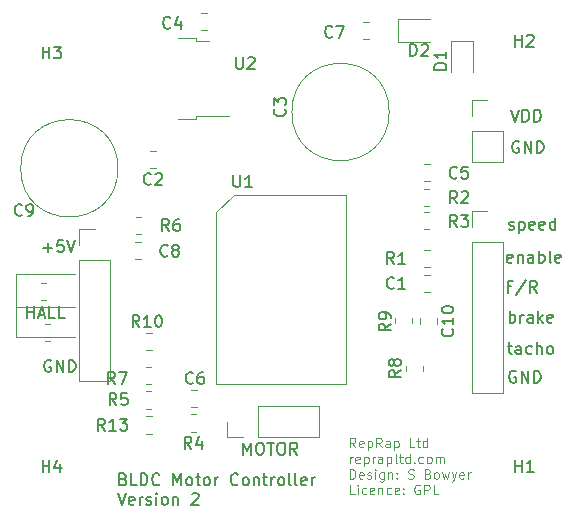
<source format=gbr>
%TF.GenerationSoftware,KiCad,Pcbnew,5.1.6-c6e7f7d~87~ubuntu18.04.1*%
%TF.CreationDate,2022-02-07T12:08:45+00:00*%
%TF.ProjectId,L6235-breakout,4c363233-352d-4627-9265-616b6f75742e,rev?*%
%TF.SameCoordinates,Original*%
%TF.FileFunction,Legend,Top*%
%TF.FilePolarity,Positive*%
%FSLAX46Y46*%
G04 Gerber Fmt 4.6, Leading zero omitted, Abs format (unit mm)*
G04 Created by KiCad (PCBNEW 5.1.6-c6e7f7d~87~ubuntu18.04.1) date 2022-02-07 12:08:45*
%MOMM*%
%LPD*%
G01*
G04 APERTURE LIST*
%ADD10C,0.150000*%
%ADD11C,0.120000*%
%ADD12C,0.125000*%
G04 APERTURE END LIST*
D10*
X28218095Y-184983380D02*
X28218095Y-183983380D01*
X28551428Y-184697666D01*
X28884761Y-183983380D01*
X28884761Y-184983380D01*
X29551428Y-183983380D02*
X29741904Y-183983380D01*
X29837142Y-184031000D01*
X29932380Y-184126238D01*
X29980000Y-184316714D01*
X29980000Y-184650047D01*
X29932380Y-184840523D01*
X29837142Y-184935761D01*
X29741904Y-184983380D01*
X29551428Y-184983380D01*
X29456190Y-184935761D01*
X29360952Y-184840523D01*
X29313333Y-184650047D01*
X29313333Y-184316714D01*
X29360952Y-184126238D01*
X29456190Y-184031000D01*
X29551428Y-183983380D01*
X30265714Y-183983380D02*
X30837142Y-183983380D01*
X30551428Y-184983380D02*
X30551428Y-183983380D01*
X31360952Y-183983380D02*
X31551428Y-183983380D01*
X31646666Y-184031000D01*
X31741904Y-184126238D01*
X31789523Y-184316714D01*
X31789523Y-184650047D01*
X31741904Y-184840523D01*
X31646666Y-184935761D01*
X31551428Y-184983380D01*
X31360952Y-184983380D01*
X31265714Y-184935761D01*
X31170476Y-184840523D01*
X31122857Y-184650047D01*
X31122857Y-184316714D01*
X31170476Y-184126238D01*
X31265714Y-184031000D01*
X31360952Y-183983380D01*
X32789523Y-184983380D02*
X32456190Y-184507190D01*
X32218095Y-184983380D02*
X32218095Y-183983380D01*
X32599047Y-183983380D01*
X32694285Y-184031000D01*
X32741904Y-184078619D01*
X32789523Y-184173857D01*
X32789523Y-184316714D01*
X32741904Y-184411952D01*
X32694285Y-184459571D01*
X32599047Y-184507190D01*
X32218095Y-184507190D01*
X50863666Y-155789380D02*
X51197000Y-156789380D01*
X51530333Y-155789380D01*
X51863666Y-156789380D02*
X51863666Y-155789380D01*
X52101761Y-155789380D01*
X52244619Y-155837000D01*
X52339857Y-155932238D01*
X52387476Y-156027476D01*
X52435095Y-156217952D01*
X52435095Y-156360809D01*
X52387476Y-156551285D01*
X52339857Y-156646523D01*
X52244619Y-156741761D01*
X52101761Y-156789380D01*
X51863666Y-156789380D01*
X52863666Y-156789380D02*
X52863666Y-155789380D01*
X53101761Y-155789380D01*
X53244619Y-155837000D01*
X53339857Y-155932238D01*
X53387476Y-156027476D01*
X53435095Y-156217952D01*
X53435095Y-156360809D01*
X53387476Y-156551285D01*
X53339857Y-156646523D01*
X53244619Y-156741761D01*
X53101761Y-156789380D01*
X52863666Y-156789380D01*
X51562095Y-158504000D02*
X51466857Y-158456380D01*
X51324000Y-158456380D01*
X51181142Y-158504000D01*
X51085904Y-158599238D01*
X51038285Y-158694476D01*
X50990666Y-158884952D01*
X50990666Y-159027809D01*
X51038285Y-159218285D01*
X51085904Y-159313523D01*
X51181142Y-159408761D01*
X51324000Y-159456380D01*
X51419238Y-159456380D01*
X51562095Y-159408761D01*
X51609714Y-159361142D01*
X51609714Y-159027809D01*
X51419238Y-159027809D01*
X52038285Y-159456380D02*
X52038285Y-158456380D01*
X52609714Y-159456380D01*
X52609714Y-158456380D01*
X53085904Y-159456380D02*
X53085904Y-158456380D01*
X53324000Y-158456380D01*
X53466857Y-158504000D01*
X53562095Y-158599238D01*
X53609714Y-158694476D01*
X53657333Y-158884952D01*
X53657333Y-159027809D01*
X53609714Y-159218285D01*
X53562095Y-159313523D01*
X53466857Y-159408761D01*
X53324000Y-159456380D01*
X53085904Y-159456380D01*
X51308095Y-177935000D02*
X51212857Y-177887380D01*
X51070000Y-177887380D01*
X50927142Y-177935000D01*
X50831904Y-178030238D01*
X50784285Y-178125476D01*
X50736666Y-178315952D01*
X50736666Y-178458809D01*
X50784285Y-178649285D01*
X50831904Y-178744523D01*
X50927142Y-178839761D01*
X51070000Y-178887380D01*
X51165238Y-178887380D01*
X51308095Y-178839761D01*
X51355714Y-178792142D01*
X51355714Y-178458809D01*
X51165238Y-178458809D01*
X51784285Y-178887380D02*
X51784285Y-177887380D01*
X52355714Y-178887380D01*
X52355714Y-177887380D01*
X52831904Y-178887380D02*
X52831904Y-177887380D01*
X53070000Y-177887380D01*
X53212857Y-177935000D01*
X53308095Y-178030238D01*
X53355714Y-178125476D01*
X53403333Y-178315952D01*
X53403333Y-178458809D01*
X53355714Y-178649285D01*
X53308095Y-178744523D01*
X53212857Y-178839761D01*
X53070000Y-178887380D01*
X52831904Y-178887380D01*
X50601809Y-175807714D02*
X50982761Y-175807714D01*
X50744666Y-175474380D02*
X50744666Y-176331523D01*
X50792285Y-176426761D01*
X50887523Y-176474380D01*
X50982761Y-176474380D01*
X51744666Y-176474380D02*
X51744666Y-175950571D01*
X51697047Y-175855333D01*
X51601809Y-175807714D01*
X51411333Y-175807714D01*
X51316095Y-175855333D01*
X51744666Y-176426761D02*
X51649428Y-176474380D01*
X51411333Y-176474380D01*
X51316095Y-176426761D01*
X51268476Y-176331523D01*
X51268476Y-176236285D01*
X51316095Y-176141047D01*
X51411333Y-176093428D01*
X51649428Y-176093428D01*
X51744666Y-176045809D01*
X52649428Y-176426761D02*
X52554190Y-176474380D01*
X52363714Y-176474380D01*
X52268476Y-176426761D01*
X52220857Y-176379142D01*
X52173238Y-176283904D01*
X52173238Y-175998190D01*
X52220857Y-175902952D01*
X52268476Y-175855333D01*
X52363714Y-175807714D01*
X52554190Y-175807714D01*
X52649428Y-175855333D01*
X53078000Y-176474380D02*
X53078000Y-175474380D01*
X53506571Y-176474380D02*
X53506571Y-175950571D01*
X53458952Y-175855333D01*
X53363714Y-175807714D01*
X53220857Y-175807714D01*
X53125619Y-175855333D01*
X53078000Y-175902952D01*
X54125619Y-176474380D02*
X54030380Y-176426761D01*
X53982761Y-176379142D01*
X53935142Y-176283904D01*
X53935142Y-175998190D01*
X53982761Y-175902952D01*
X54030380Y-175855333D01*
X54125619Y-175807714D01*
X54268476Y-175807714D01*
X54363714Y-175855333D01*
X54411333Y-175902952D01*
X54458952Y-175998190D01*
X54458952Y-176283904D01*
X54411333Y-176379142D01*
X54363714Y-176426761D01*
X54268476Y-176474380D01*
X54125619Y-176474380D01*
X50768476Y-173807380D02*
X50768476Y-172807380D01*
X50768476Y-173188333D02*
X50863714Y-173140714D01*
X51054190Y-173140714D01*
X51149428Y-173188333D01*
X51197047Y-173235952D01*
X51244666Y-173331190D01*
X51244666Y-173616904D01*
X51197047Y-173712142D01*
X51149428Y-173759761D01*
X51054190Y-173807380D01*
X50863714Y-173807380D01*
X50768476Y-173759761D01*
X51673238Y-173807380D02*
X51673238Y-173140714D01*
X51673238Y-173331190D02*
X51720857Y-173235952D01*
X51768476Y-173188333D01*
X51863714Y-173140714D01*
X51958952Y-173140714D01*
X52720857Y-173807380D02*
X52720857Y-173283571D01*
X52673238Y-173188333D01*
X52578000Y-173140714D01*
X52387523Y-173140714D01*
X52292285Y-173188333D01*
X52720857Y-173759761D02*
X52625619Y-173807380D01*
X52387523Y-173807380D01*
X52292285Y-173759761D01*
X52244666Y-173664523D01*
X52244666Y-173569285D01*
X52292285Y-173474047D01*
X52387523Y-173426428D01*
X52625619Y-173426428D01*
X52720857Y-173378809D01*
X53197047Y-173807380D02*
X53197047Y-172807380D01*
X53292285Y-173426428D02*
X53578000Y-173807380D01*
X53578000Y-173140714D02*
X53197047Y-173521666D01*
X54387523Y-173759761D02*
X54292285Y-173807380D01*
X54101809Y-173807380D01*
X54006571Y-173759761D01*
X53958952Y-173664523D01*
X53958952Y-173283571D01*
X54006571Y-173188333D01*
X54101809Y-173140714D01*
X54292285Y-173140714D01*
X54387523Y-173188333D01*
X54435142Y-173283571D01*
X54435142Y-173378809D01*
X53958952Y-173474047D01*
X50935047Y-170743571D02*
X50601714Y-170743571D01*
X50601714Y-171267380D02*
X50601714Y-170267380D01*
X51077904Y-170267380D01*
X52173142Y-170219761D02*
X51316000Y-171505476D01*
X53077904Y-171267380D02*
X52744571Y-170791190D01*
X52506476Y-171267380D02*
X52506476Y-170267380D01*
X52887428Y-170267380D01*
X52982666Y-170315000D01*
X53030285Y-170362619D01*
X53077904Y-170457857D01*
X53077904Y-170600714D01*
X53030285Y-170695952D01*
X52982666Y-170743571D01*
X52887428Y-170791190D01*
X52506476Y-170791190D01*
X50974857Y-168679761D02*
X50879619Y-168727380D01*
X50689142Y-168727380D01*
X50593904Y-168679761D01*
X50546285Y-168584523D01*
X50546285Y-168203571D01*
X50593904Y-168108333D01*
X50689142Y-168060714D01*
X50879619Y-168060714D01*
X50974857Y-168108333D01*
X51022476Y-168203571D01*
X51022476Y-168298809D01*
X50546285Y-168394047D01*
X51451047Y-168060714D02*
X51451047Y-168727380D01*
X51451047Y-168155952D02*
X51498666Y-168108333D01*
X51593904Y-168060714D01*
X51736761Y-168060714D01*
X51832000Y-168108333D01*
X51879619Y-168203571D01*
X51879619Y-168727380D01*
X52784380Y-168727380D02*
X52784380Y-168203571D01*
X52736761Y-168108333D01*
X52641523Y-168060714D01*
X52451047Y-168060714D01*
X52355809Y-168108333D01*
X52784380Y-168679761D02*
X52689142Y-168727380D01*
X52451047Y-168727380D01*
X52355809Y-168679761D01*
X52308190Y-168584523D01*
X52308190Y-168489285D01*
X52355809Y-168394047D01*
X52451047Y-168346428D01*
X52689142Y-168346428D01*
X52784380Y-168298809D01*
X53260571Y-168727380D02*
X53260571Y-167727380D01*
X53260571Y-168108333D02*
X53355809Y-168060714D01*
X53546285Y-168060714D01*
X53641523Y-168108333D01*
X53689142Y-168155952D01*
X53736761Y-168251190D01*
X53736761Y-168536904D01*
X53689142Y-168632142D01*
X53641523Y-168679761D01*
X53546285Y-168727380D01*
X53355809Y-168727380D01*
X53260571Y-168679761D01*
X54308190Y-168727380D02*
X54212952Y-168679761D01*
X54165333Y-168584523D01*
X54165333Y-167727380D01*
X55070095Y-168679761D02*
X54974857Y-168727380D01*
X54784380Y-168727380D01*
X54689142Y-168679761D01*
X54641523Y-168584523D01*
X54641523Y-168203571D01*
X54689142Y-168108333D01*
X54784380Y-168060714D01*
X54974857Y-168060714D01*
X55070095Y-168108333D01*
X55117714Y-168203571D01*
X55117714Y-168298809D01*
X54641523Y-168394047D01*
X50728809Y-165885761D02*
X50824047Y-165933380D01*
X51014523Y-165933380D01*
X51109761Y-165885761D01*
X51157380Y-165790523D01*
X51157380Y-165742904D01*
X51109761Y-165647666D01*
X51014523Y-165600047D01*
X50871666Y-165600047D01*
X50776428Y-165552428D01*
X50728809Y-165457190D01*
X50728809Y-165409571D01*
X50776428Y-165314333D01*
X50871666Y-165266714D01*
X51014523Y-165266714D01*
X51109761Y-165314333D01*
X51585952Y-165266714D02*
X51585952Y-166266714D01*
X51585952Y-165314333D02*
X51681190Y-165266714D01*
X51871666Y-165266714D01*
X51966904Y-165314333D01*
X52014523Y-165361952D01*
X52062142Y-165457190D01*
X52062142Y-165742904D01*
X52014523Y-165838142D01*
X51966904Y-165885761D01*
X51871666Y-165933380D01*
X51681190Y-165933380D01*
X51585952Y-165885761D01*
X52871666Y-165885761D02*
X52776428Y-165933380D01*
X52585952Y-165933380D01*
X52490714Y-165885761D01*
X52443095Y-165790523D01*
X52443095Y-165409571D01*
X52490714Y-165314333D01*
X52585952Y-165266714D01*
X52776428Y-165266714D01*
X52871666Y-165314333D01*
X52919285Y-165409571D01*
X52919285Y-165504809D01*
X52443095Y-165600047D01*
X53728809Y-165885761D02*
X53633571Y-165933380D01*
X53443095Y-165933380D01*
X53347857Y-165885761D01*
X53300238Y-165790523D01*
X53300238Y-165409571D01*
X53347857Y-165314333D01*
X53443095Y-165266714D01*
X53633571Y-165266714D01*
X53728809Y-165314333D01*
X53776428Y-165409571D01*
X53776428Y-165504809D01*
X53300238Y-165600047D01*
X54633571Y-165933380D02*
X54633571Y-164933380D01*
X54633571Y-165885761D02*
X54538333Y-165933380D01*
X54347857Y-165933380D01*
X54252619Y-165885761D01*
X54205000Y-165838142D01*
X54157380Y-165742904D01*
X54157380Y-165457190D01*
X54205000Y-165361952D01*
X54252619Y-165314333D01*
X54347857Y-165266714D01*
X54538333Y-165266714D01*
X54633571Y-165314333D01*
X9906190Y-173426380D02*
X9906190Y-172426380D01*
X9906190Y-172902571D02*
X10477619Y-172902571D01*
X10477619Y-173426380D02*
X10477619Y-172426380D01*
X10906190Y-173140666D02*
X11382380Y-173140666D01*
X10810952Y-173426380D02*
X11144285Y-172426380D01*
X11477619Y-173426380D01*
X12287142Y-173426380D02*
X11810952Y-173426380D01*
X11810952Y-172426380D01*
X13096666Y-173426380D02*
X12620476Y-173426380D01*
X12620476Y-172426380D01*
D11*
X9017000Y-172466000D02*
X13970000Y-172466000D01*
X9017000Y-175006000D02*
X13970000Y-175006000D01*
X9017000Y-169672000D02*
X9017000Y-175006000D01*
X12065000Y-169672000D02*
X9017000Y-169672000D01*
X13970000Y-169672000D02*
X12065000Y-169672000D01*
D10*
X11938095Y-177046000D02*
X11842857Y-176998380D01*
X11700000Y-176998380D01*
X11557142Y-177046000D01*
X11461904Y-177141238D01*
X11414285Y-177236476D01*
X11366666Y-177426952D01*
X11366666Y-177569809D01*
X11414285Y-177760285D01*
X11461904Y-177855523D01*
X11557142Y-177950761D01*
X11700000Y-177998380D01*
X11795238Y-177998380D01*
X11938095Y-177950761D01*
X11985714Y-177903142D01*
X11985714Y-177569809D01*
X11795238Y-177569809D01*
X12414285Y-177998380D02*
X12414285Y-176998380D01*
X12985714Y-177998380D01*
X12985714Y-176998380D01*
X13461904Y-177998380D02*
X13461904Y-176998380D01*
X13700000Y-176998380D01*
X13842857Y-177046000D01*
X13938095Y-177141238D01*
X13985714Y-177236476D01*
X14033333Y-177426952D01*
X14033333Y-177569809D01*
X13985714Y-177760285D01*
X13938095Y-177855523D01*
X13842857Y-177950761D01*
X13700000Y-177998380D01*
X13461904Y-177998380D01*
X11287285Y-167457428D02*
X12049190Y-167457428D01*
X11668238Y-167838380D02*
X11668238Y-167076476D01*
X13001571Y-166838380D02*
X12525380Y-166838380D01*
X12477761Y-167314571D01*
X12525380Y-167266952D01*
X12620619Y-167219333D01*
X12858714Y-167219333D01*
X12953952Y-167266952D01*
X13001571Y-167314571D01*
X13049190Y-167409809D01*
X13049190Y-167647904D01*
X13001571Y-167743142D01*
X12953952Y-167790761D01*
X12858714Y-167838380D01*
X12620619Y-167838380D01*
X12525380Y-167790761D01*
X12477761Y-167743142D01*
X13334904Y-166838380D02*
X13668238Y-167838380D01*
X14001571Y-166838380D01*
X18067928Y-187063571D02*
X18210785Y-187111190D01*
X18258404Y-187158809D01*
X18306023Y-187254047D01*
X18306023Y-187396904D01*
X18258404Y-187492142D01*
X18210785Y-187539761D01*
X18115547Y-187587380D01*
X17734595Y-187587380D01*
X17734595Y-186587380D01*
X18067928Y-186587380D01*
X18163166Y-186635000D01*
X18210785Y-186682619D01*
X18258404Y-186777857D01*
X18258404Y-186873095D01*
X18210785Y-186968333D01*
X18163166Y-187015952D01*
X18067928Y-187063571D01*
X17734595Y-187063571D01*
X19210785Y-187587380D02*
X18734595Y-187587380D01*
X18734595Y-186587380D01*
X19544119Y-187587380D02*
X19544119Y-186587380D01*
X19782214Y-186587380D01*
X19925071Y-186635000D01*
X20020309Y-186730238D01*
X20067928Y-186825476D01*
X20115547Y-187015952D01*
X20115547Y-187158809D01*
X20067928Y-187349285D01*
X20020309Y-187444523D01*
X19925071Y-187539761D01*
X19782214Y-187587380D01*
X19544119Y-187587380D01*
X21115547Y-187492142D02*
X21067928Y-187539761D01*
X20925071Y-187587380D01*
X20829833Y-187587380D01*
X20686976Y-187539761D01*
X20591738Y-187444523D01*
X20544119Y-187349285D01*
X20496500Y-187158809D01*
X20496500Y-187015952D01*
X20544119Y-186825476D01*
X20591738Y-186730238D01*
X20686976Y-186635000D01*
X20829833Y-186587380D01*
X20925071Y-186587380D01*
X21067928Y-186635000D01*
X21115547Y-186682619D01*
X22306023Y-187587380D02*
X22306023Y-186587380D01*
X22639357Y-187301666D01*
X22972690Y-186587380D01*
X22972690Y-187587380D01*
X23591738Y-187587380D02*
X23496500Y-187539761D01*
X23448880Y-187492142D01*
X23401261Y-187396904D01*
X23401261Y-187111190D01*
X23448880Y-187015952D01*
X23496500Y-186968333D01*
X23591738Y-186920714D01*
X23734595Y-186920714D01*
X23829833Y-186968333D01*
X23877452Y-187015952D01*
X23925071Y-187111190D01*
X23925071Y-187396904D01*
X23877452Y-187492142D01*
X23829833Y-187539761D01*
X23734595Y-187587380D01*
X23591738Y-187587380D01*
X24210785Y-186920714D02*
X24591738Y-186920714D01*
X24353642Y-186587380D02*
X24353642Y-187444523D01*
X24401261Y-187539761D01*
X24496500Y-187587380D01*
X24591738Y-187587380D01*
X25067928Y-187587380D02*
X24972690Y-187539761D01*
X24925071Y-187492142D01*
X24877452Y-187396904D01*
X24877452Y-187111190D01*
X24925071Y-187015952D01*
X24972690Y-186968333D01*
X25067928Y-186920714D01*
X25210785Y-186920714D01*
X25306023Y-186968333D01*
X25353642Y-187015952D01*
X25401261Y-187111190D01*
X25401261Y-187396904D01*
X25353642Y-187492142D01*
X25306023Y-187539761D01*
X25210785Y-187587380D01*
X25067928Y-187587380D01*
X25829833Y-187587380D02*
X25829833Y-186920714D01*
X25829833Y-187111190D02*
X25877452Y-187015952D01*
X25925071Y-186968333D01*
X26020309Y-186920714D01*
X26115547Y-186920714D01*
X27782214Y-187492142D02*
X27734595Y-187539761D01*
X27591738Y-187587380D01*
X27496500Y-187587380D01*
X27353642Y-187539761D01*
X27258404Y-187444523D01*
X27210785Y-187349285D01*
X27163166Y-187158809D01*
X27163166Y-187015952D01*
X27210785Y-186825476D01*
X27258404Y-186730238D01*
X27353642Y-186635000D01*
X27496500Y-186587380D01*
X27591738Y-186587380D01*
X27734595Y-186635000D01*
X27782214Y-186682619D01*
X28353642Y-187587380D02*
X28258404Y-187539761D01*
X28210785Y-187492142D01*
X28163166Y-187396904D01*
X28163166Y-187111190D01*
X28210785Y-187015952D01*
X28258404Y-186968333D01*
X28353642Y-186920714D01*
X28496500Y-186920714D01*
X28591738Y-186968333D01*
X28639357Y-187015952D01*
X28686976Y-187111190D01*
X28686976Y-187396904D01*
X28639357Y-187492142D01*
X28591738Y-187539761D01*
X28496500Y-187587380D01*
X28353642Y-187587380D01*
X29115547Y-186920714D02*
X29115547Y-187587380D01*
X29115547Y-187015952D02*
X29163166Y-186968333D01*
X29258404Y-186920714D01*
X29401261Y-186920714D01*
X29496500Y-186968333D01*
X29544119Y-187063571D01*
X29544119Y-187587380D01*
X29877452Y-186920714D02*
X30258404Y-186920714D01*
X30020309Y-186587380D02*
X30020309Y-187444523D01*
X30067928Y-187539761D01*
X30163166Y-187587380D01*
X30258404Y-187587380D01*
X30591738Y-187587380D02*
X30591738Y-186920714D01*
X30591738Y-187111190D02*
X30639357Y-187015952D01*
X30686976Y-186968333D01*
X30782214Y-186920714D01*
X30877452Y-186920714D01*
X31353642Y-187587380D02*
X31258404Y-187539761D01*
X31210785Y-187492142D01*
X31163166Y-187396904D01*
X31163166Y-187111190D01*
X31210785Y-187015952D01*
X31258404Y-186968333D01*
X31353642Y-186920714D01*
X31496500Y-186920714D01*
X31591738Y-186968333D01*
X31639357Y-187015952D01*
X31686976Y-187111190D01*
X31686976Y-187396904D01*
X31639357Y-187492142D01*
X31591738Y-187539761D01*
X31496500Y-187587380D01*
X31353642Y-187587380D01*
X32258404Y-187587380D02*
X32163166Y-187539761D01*
X32115547Y-187444523D01*
X32115547Y-186587380D01*
X32782214Y-187587380D02*
X32686976Y-187539761D01*
X32639357Y-187444523D01*
X32639357Y-186587380D01*
X33544119Y-187539761D02*
X33448880Y-187587380D01*
X33258404Y-187587380D01*
X33163166Y-187539761D01*
X33115547Y-187444523D01*
X33115547Y-187063571D01*
X33163166Y-186968333D01*
X33258404Y-186920714D01*
X33448880Y-186920714D01*
X33544119Y-186968333D01*
X33591738Y-187063571D01*
X33591738Y-187158809D01*
X33115547Y-187254047D01*
X34020309Y-187587380D02*
X34020309Y-186920714D01*
X34020309Y-187111190D02*
X34067928Y-187015952D01*
X34115547Y-186968333D01*
X34210785Y-186920714D01*
X34306023Y-186920714D01*
X17591738Y-188237380D02*
X17925071Y-189237380D01*
X18258404Y-188237380D01*
X18972690Y-189189761D02*
X18877452Y-189237380D01*
X18686976Y-189237380D01*
X18591738Y-189189761D01*
X18544119Y-189094523D01*
X18544119Y-188713571D01*
X18591738Y-188618333D01*
X18686976Y-188570714D01*
X18877452Y-188570714D01*
X18972690Y-188618333D01*
X19020309Y-188713571D01*
X19020309Y-188808809D01*
X18544119Y-188904047D01*
X19448880Y-189237380D02*
X19448880Y-188570714D01*
X19448880Y-188761190D02*
X19496500Y-188665952D01*
X19544119Y-188618333D01*
X19639357Y-188570714D01*
X19734595Y-188570714D01*
X20020309Y-189189761D02*
X20115547Y-189237380D01*
X20306023Y-189237380D01*
X20401261Y-189189761D01*
X20448880Y-189094523D01*
X20448880Y-189046904D01*
X20401261Y-188951666D01*
X20306023Y-188904047D01*
X20163166Y-188904047D01*
X20067928Y-188856428D01*
X20020309Y-188761190D01*
X20020309Y-188713571D01*
X20067928Y-188618333D01*
X20163166Y-188570714D01*
X20306023Y-188570714D01*
X20401261Y-188618333D01*
X20877452Y-189237380D02*
X20877452Y-188570714D01*
X20877452Y-188237380D02*
X20829833Y-188285000D01*
X20877452Y-188332619D01*
X20925071Y-188285000D01*
X20877452Y-188237380D01*
X20877452Y-188332619D01*
X21496500Y-189237380D02*
X21401261Y-189189761D01*
X21353642Y-189142142D01*
X21306023Y-189046904D01*
X21306023Y-188761190D01*
X21353642Y-188665952D01*
X21401261Y-188618333D01*
X21496500Y-188570714D01*
X21639357Y-188570714D01*
X21734595Y-188618333D01*
X21782214Y-188665952D01*
X21829833Y-188761190D01*
X21829833Y-189046904D01*
X21782214Y-189142142D01*
X21734595Y-189189761D01*
X21639357Y-189237380D01*
X21496500Y-189237380D01*
X22258404Y-188570714D02*
X22258404Y-189237380D01*
X22258404Y-188665952D02*
X22306023Y-188618333D01*
X22401261Y-188570714D01*
X22544119Y-188570714D01*
X22639357Y-188618333D01*
X22686976Y-188713571D01*
X22686976Y-189237380D01*
X23877452Y-188332619D02*
X23925071Y-188285000D01*
X24020309Y-188237380D01*
X24258404Y-188237380D01*
X24353642Y-188285000D01*
X24401261Y-188332619D01*
X24448880Y-188427857D01*
X24448880Y-188523095D01*
X24401261Y-188665952D01*
X23829833Y-189237380D01*
X24448880Y-189237380D01*
D12*
X37728869Y-184374404D02*
X37462202Y-183993452D01*
X37271726Y-184374404D02*
X37271726Y-183574404D01*
X37576488Y-183574404D01*
X37652678Y-183612500D01*
X37690773Y-183650595D01*
X37728869Y-183726785D01*
X37728869Y-183841071D01*
X37690773Y-183917261D01*
X37652678Y-183955357D01*
X37576488Y-183993452D01*
X37271726Y-183993452D01*
X38376488Y-184336309D02*
X38300297Y-184374404D01*
X38147916Y-184374404D01*
X38071726Y-184336309D01*
X38033630Y-184260119D01*
X38033630Y-183955357D01*
X38071726Y-183879166D01*
X38147916Y-183841071D01*
X38300297Y-183841071D01*
X38376488Y-183879166D01*
X38414583Y-183955357D01*
X38414583Y-184031547D01*
X38033630Y-184107738D01*
X38757440Y-183841071D02*
X38757440Y-184641071D01*
X38757440Y-183879166D02*
X38833630Y-183841071D01*
X38986011Y-183841071D01*
X39062202Y-183879166D01*
X39100297Y-183917261D01*
X39138392Y-183993452D01*
X39138392Y-184222023D01*
X39100297Y-184298214D01*
X39062202Y-184336309D01*
X38986011Y-184374404D01*
X38833630Y-184374404D01*
X38757440Y-184336309D01*
X39938392Y-184374404D02*
X39671726Y-183993452D01*
X39481250Y-184374404D02*
X39481250Y-183574404D01*
X39786011Y-183574404D01*
X39862202Y-183612500D01*
X39900297Y-183650595D01*
X39938392Y-183726785D01*
X39938392Y-183841071D01*
X39900297Y-183917261D01*
X39862202Y-183955357D01*
X39786011Y-183993452D01*
X39481250Y-183993452D01*
X40624107Y-184374404D02*
X40624107Y-183955357D01*
X40586011Y-183879166D01*
X40509821Y-183841071D01*
X40357440Y-183841071D01*
X40281250Y-183879166D01*
X40624107Y-184336309D02*
X40547916Y-184374404D01*
X40357440Y-184374404D01*
X40281250Y-184336309D01*
X40243154Y-184260119D01*
X40243154Y-184183928D01*
X40281250Y-184107738D01*
X40357440Y-184069642D01*
X40547916Y-184069642D01*
X40624107Y-184031547D01*
X41005059Y-183841071D02*
X41005059Y-184641071D01*
X41005059Y-183879166D02*
X41081250Y-183841071D01*
X41233630Y-183841071D01*
X41309821Y-183879166D01*
X41347916Y-183917261D01*
X41386011Y-183993452D01*
X41386011Y-184222023D01*
X41347916Y-184298214D01*
X41309821Y-184336309D01*
X41233630Y-184374404D01*
X41081250Y-184374404D01*
X41005059Y-184336309D01*
X42719345Y-184374404D02*
X42338392Y-184374404D01*
X42338392Y-183574404D01*
X42871726Y-183841071D02*
X43176488Y-183841071D01*
X42986011Y-183574404D02*
X42986011Y-184260119D01*
X43024107Y-184336309D01*
X43100297Y-184374404D01*
X43176488Y-184374404D01*
X43786011Y-184374404D02*
X43786011Y-183574404D01*
X43786011Y-184336309D02*
X43709821Y-184374404D01*
X43557440Y-184374404D01*
X43481250Y-184336309D01*
X43443154Y-184298214D01*
X43405059Y-184222023D01*
X43405059Y-183993452D01*
X43443154Y-183917261D01*
X43481250Y-183879166D01*
X43557440Y-183841071D01*
X43709821Y-183841071D01*
X43786011Y-183879166D01*
X37271726Y-185699404D02*
X37271726Y-185166071D01*
X37271726Y-185318452D02*
X37309821Y-185242261D01*
X37347916Y-185204166D01*
X37424107Y-185166071D01*
X37500297Y-185166071D01*
X38071726Y-185661309D02*
X37995535Y-185699404D01*
X37843154Y-185699404D01*
X37766964Y-185661309D01*
X37728869Y-185585119D01*
X37728869Y-185280357D01*
X37766964Y-185204166D01*
X37843154Y-185166071D01*
X37995535Y-185166071D01*
X38071726Y-185204166D01*
X38109821Y-185280357D01*
X38109821Y-185356547D01*
X37728869Y-185432738D01*
X38452678Y-185166071D02*
X38452678Y-185966071D01*
X38452678Y-185204166D02*
X38528869Y-185166071D01*
X38681250Y-185166071D01*
X38757440Y-185204166D01*
X38795535Y-185242261D01*
X38833630Y-185318452D01*
X38833630Y-185547023D01*
X38795535Y-185623214D01*
X38757440Y-185661309D01*
X38681250Y-185699404D01*
X38528869Y-185699404D01*
X38452678Y-185661309D01*
X39176488Y-185699404D02*
X39176488Y-185166071D01*
X39176488Y-185318452D02*
X39214583Y-185242261D01*
X39252678Y-185204166D01*
X39328869Y-185166071D01*
X39405059Y-185166071D01*
X40014583Y-185699404D02*
X40014583Y-185280357D01*
X39976488Y-185204166D01*
X39900297Y-185166071D01*
X39747916Y-185166071D01*
X39671726Y-185204166D01*
X40014583Y-185661309D02*
X39938392Y-185699404D01*
X39747916Y-185699404D01*
X39671726Y-185661309D01*
X39633630Y-185585119D01*
X39633630Y-185508928D01*
X39671726Y-185432738D01*
X39747916Y-185394642D01*
X39938392Y-185394642D01*
X40014583Y-185356547D01*
X40395535Y-185166071D02*
X40395535Y-185966071D01*
X40395535Y-185204166D02*
X40471726Y-185166071D01*
X40624107Y-185166071D01*
X40700297Y-185204166D01*
X40738392Y-185242261D01*
X40776488Y-185318452D01*
X40776488Y-185547023D01*
X40738392Y-185623214D01*
X40700297Y-185661309D01*
X40624107Y-185699404D01*
X40471726Y-185699404D01*
X40395535Y-185661309D01*
X41233630Y-185699404D02*
X41157440Y-185661309D01*
X41119345Y-185585119D01*
X41119345Y-184899404D01*
X41424107Y-185166071D02*
X41728869Y-185166071D01*
X41538392Y-184899404D02*
X41538392Y-185585119D01*
X41576488Y-185661309D01*
X41652678Y-185699404D01*
X41728869Y-185699404D01*
X42338392Y-185699404D02*
X42338392Y-184899404D01*
X42338392Y-185661309D02*
X42262202Y-185699404D01*
X42109821Y-185699404D01*
X42033630Y-185661309D01*
X41995535Y-185623214D01*
X41957440Y-185547023D01*
X41957440Y-185318452D01*
X41995535Y-185242261D01*
X42033630Y-185204166D01*
X42109821Y-185166071D01*
X42262202Y-185166071D01*
X42338392Y-185204166D01*
X42719345Y-185623214D02*
X42757440Y-185661309D01*
X42719345Y-185699404D01*
X42681250Y-185661309D01*
X42719345Y-185623214D01*
X42719345Y-185699404D01*
X43443154Y-185661309D02*
X43366964Y-185699404D01*
X43214583Y-185699404D01*
X43138392Y-185661309D01*
X43100297Y-185623214D01*
X43062202Y-185547023D01*
X43062202Y-185318452D01*
X43100297Y-185242261D01*
X43138392Y-185204166D01*
X43214583Y-185166071D01*
X43366964Y-185166071D01*
X43443154Y-185204166D01*
X43900297Y-185699404D02*
X43824107Y-185661309D01*
X43786011Y-185623214D01*
X43747916Y-185547023D01*
X43747916Y-185318452D01*
X43786011Y-185242261D01*
X43824107Y-185204166D01*
X43900297Y-185166071D01*
X44014583Y-185166071D01*
X44090773Y-185204166D01*
X44128869Y-185242261D01*
X44166964Y-185318452D01*
X44166964Y-185547023D01*
X44128869Y-185623214D01*
X44090773Y-185661309D01*
X44014583Y-185699404D01*
X43900297Y-185699404D01*
X44509821Y-185699404D02*
X44509821Y-185166071D01*
X44509821Y-185242261D02*
X44547916Y-185204166D01*
X44624107Y-185166071D01*
X44738392Y-185166071D01*
X44814583Y-185204166D01*
X44852678Y-185280357D01*
X44852678Y-185699404D01*
X44852678Y-185280357D02*
X44890773Y-185204166D01*
X44966964Y-185166071D01*
X45081250Y-185166071D01*
X45157440Y-185204166D01*
X45195535Y-185280357D01*
X45195535Y-185699404D01*
X37271726Y-187024404D02*
X37271726Y-186224404D01*
X37462202Y-186224404D01*
X37576488Y-186262500D01*
X37652678Y-186338690D01*
X37690773Y-186414880D01*
X37728869Y-186567261D01*
X37728869Y-186681547D01*
X37690773Y-186833928D01*
X37652678Y-186910119D01*
X37576488Y-186986309D01*
X37462202Y-187024404D01*
X37271726Y-187024404D01*
X38376488Y-186986309D02*
X38300297Y-187024404D01*
X38147916Y-187024404D01*
X38071726Y-186986309D01*
X38033630Y-186910119D01*
X38033630Y-186605357D01*
X38071726Y-186529166D01*
X38147916Y-186491071D01*
X38300297Y-186491071D01*
X38376488Y-186529166D01*
X38414583Y-186605357D01*
X38414583Y-186681547D01*
X38033630Y-186757738D01*
X38719345Y-186986309D02*
X38795535Y-187024404D01*
X38947916Y-187024404D01*
X39024107Y-186986309D01*
X39062202Y-186910119D01*
X39062202Y-186872023D01*
X39024107Y-186795833D01*
X38947916Y-186757738D01*
X38833630Y-186757738D01*
X38757440Y-186719642D01*
X38719345Y-186643452D01*
X38719345Y-186605357D01*
X38757440Y-186529166D01*
X38833630Y-186491071D01*
X38947916Y-186491071D01*
X39024107Y-186529166D01*
X39405059Y-187024404D02*
X39405059Y-186491071D01*
X39405059Y-186224404D02*
X39366964Y-186262500D01*
X39405059Y-186300595D01*
X39443154Y-186262500D01*
X39405059Y-186224404D01*
X39405059Y-186300595D01*
X40128869Y-186491071D02*
X40128869Y-187138690D01*
X40090773Y-187214880D01*
X40052678Y-187252976D01*
X39976488Y-187291071D01*
X39862202Y-187291071D01*
X39786011Y-187252976D01*
X40128869Y-186986309D02*
X40052678Y-187024404D01*
X39900297Y-187024404D01*
X39824107Y-186986309D01*
X39786011Y-186948214D01*
X39747916Y-186872023D01*
X39747916Y-186643452D01*
X39786011Y-186567261D01*
X39824107Y-186529166D01*
X39900297Y-186491071D01*
X40052678Y-186491071D01*
X40128869Y-186529166D01*
X40509821Y-186491071D02*
X40509821Y-187024404D01*
X40509821Y-186567261D02*
X40547916Y-186529166D01*
X40624107Y-186491071D01*
X40738392Y-186491071D01*
X40814583Y-186529166D01*
X40852678Y-186605357D01*
X40852678Y-187024404D01*
X41233630Y-186948214D02*
X41271726Y-186986309D01*
X41233630Y-187024404D01*
X41195535Y-186986309D01*
X41233630Y-186948214D01*
X41233630Y-187024404D01*
X41233630Y-186529166D02*
X41271726Y-186567261D01*
X41233630Y-186605357D01*
X41195535Y-186567261D01*
X41233630Y-186529166D01*
X41233630Y-186605357D01*
X42186011Y-186986309D02*
X42300297Y-187024404D01*
X42490773Y-187024404D01*
X42566964Y-186986309D01*
X42605059Y-186948214D01*
X42643154Y-186872023D01*
X42643154Y-186795833D01*
X42605059Y-186719642D01*
X42566964Y-186681547D01*
X42490773Y-186643452D01*
X42338392Y-186605357D01*
X42262202Y-186567261D01*
X42224107Y-186529166D01*
X42186011Y-186452976D01*
X42186011Y-186376785D01*
X42224107Y-186300595D01*
X42262202Y-186262500D01*
X42338392Y-186224404D01*
X42528869Y-186224404D01*
X42643154Y-186262500D01*
X43862202Y-186605357D02*
X43976488Y-186643452D01*
X44014583Y-186681547D01*
X44052678Y-186757738D01*
X44052678Y-186872023D01*
X44014583Y-186948214D01*
X43976488Y-186986309D01*
X43900297Y-187024404D01*
X43595535Y-187024404D01*
X43595535Y-186224404D01*
X43862202Y-186224404D01*
X43938392Y-186262500D01*
X43976488Y-186300595D01*
X44014583Y-186376785D01*
X44014583Y-186452976D01*
X43976488Y-186529166D01*
X43938392Y-186567261D01*
X43862202Y-186605357D01*
X43595535Y-186605357D01*
X44509821Y-187024404D02*
X44433630Y-186986309D01*
X44395535Y-186948214D01*
X44357440Y-186872023D01*
X44357440Y-186643452D01*
X44395535Y-186567261D01*
X44433630Y-186529166D01*
X44509821Y-186491071D01*
X44624107Y-186491071D01*
X44700297Y-186529166D01*
X44738392Y-186567261D01*
X44776488Y-186643452D01*
X44776488Y-186872023D01*
X44738392Y-186948214D01*
X44700297Y-186986309D01*
X44624107Y-187024404D01*
X44509821Y-187024404D01*
X45043154Y-186491071D02*
X45195535Y-187024404D01*
X45347916Y-186643452D01*
X45500297Y-187024404D01*
X45652678Y-186491071D01*
X45881250Y-186491071D02*
X46071726Y-187024404D01*
X46262202Y-186491071D02*
X46071726Y-187024404D01*
X45995535Y-187214880D01*
X45957440Y-187252976D01*
X45881250Y-187291071D01*
X46871726Y-186986309D02*
X46795535Y-187024404D01*
X46643154Y-187024404D01*
X46566964Y-186986309D01*
X46528869Y-186910119D01*
X46528869Y-186605357D01*
X46566964Y-186529166D01*
X46643154Y-186491071D01*
X46795535Y-186491071D01*
X46871726Y-186529166D01*
X46909821Y-186605357D01*
X46909821Y-186681547D01*
X46528869Y-186757738D01*
X47252678Y-187024404D02*
X47252678Y-186491071D01*
X47252678Y-186643452D02*
X47290773Y-186567261D01*
X47328869Y-186529166D01*
X47405059Y-186491071D01*
X47481250Y-186491071D01*
X37652678Y-188349404D02*
X37271726Y-188349404D01*
X37271726Y-187549404D01*
X37919345Y-188349404D02*
X37919345Y-187816071D01*
X37919345Y-187549404D02*
X37881250Y-187587500D01*
X37919345Y-187625595D01*
X37957440Y-187587500D01*
X37919345Y-187549404D01*
X37919345Y-187625595D01*
X38643154Y-188311309D02*
X38566964Y-188349404D01*
X38414583Y-188349404D01*
X38338392Y-188311309D01*
X38300297Y-188273214D01*
X38262202Y-188197023D01*
X38262202Y-187968452D01*
X38300297Y-187892261D01*
X38338392Y-187854166D01*
X38414583Y-187816071D01*
X38566964Y-187816071D01*
X38643154Y-187854166D01*
X39290773Y-188311309D02*
X39214583Y-188349404D01*
X39062202Y-188349404D01*
X38986011Y-188311309D01*
X38947916Y-188235119D01*
X38947916Y-187930357D01*
X38986011Y-187854166D01*
X39062202Y-187816071D01*
X39214583Y-187816071D01*
X39290773Y-187854166D01*
X39328869Y-187930357D01*
X39328869Y-188006547D01*
X38947916Y-188082738D01*
X39671726Y-187816071D02*
X39671726Y-188349404D01*
X39671726Y-187892261D02*
X39709821Y-187854166D01*
X39786011Y-187816071D01*
X39900297Y-187816071D01*
X39976488Y-187854166D01*
X40014583Y-187930357D01*
X40014583Y-188349404D01*
X40738392Y-188311309D02*
X40662202Y-188349404D01*
X40509821Y-188349404D01*
X40433630Y-188311309D01*
X40395535Y-188273214D01*
X40357440Y-188197023D01*
X40357440Y-187968452D01*
X40395535Y-187892261D01*
X40433630Y-187854166D01*
X40509821Y-187816071D01*
X40662202Y-187816071D01*
X40738392Y-187854166D01*
X41386011Y-188311309D02*
X41309821Y-188349404D01*
X41157440Y-188349404D01*
X41081250Y-188311309D01*
X41043154Y-188235119D01*
X41043154Y-187930357D01*
X41081250Y-187854166D01*
X41157440Y-187816071D01*
X41309821Y-187816071D01*
X41386011Y-187854166D01*
X41424107Y-187930357D01*
X41424107Y-188006547D01*
X41043154Y-188082738D01*
X41766964Y-188273214D02*
X41805059Y-188311309D01*
X41766964Y-188349404D01*
X41728869Y-188311309D01*
X41766964Y-188273214D01*
X41766964Y-188349404D01*
X41766964Y-187854166D02*
X41805059Y-187892261D01*
X41766964Y-187930357D01*
X41728869Y-187892261D01*
X41766964Y-187854166D01*
X41766964Y-187930357D01*
X43176488Y-187587500D02*
X43100297Y-187549404D01*
X42986011Y-187549404D01*
X42871726Y-187587500D01*
X42795535Y-187663690D01*
X42757440Y-187739880D01*
X42719345Y-187892261D01*
X42719345Y-188006547D01*
X42757440Y-188158928D01*
X42795535Y-188235119D01*
X42871726Y-188311309D01*
X42986011Y-188349404D01*
X43062202Y-188349404D01*
X43176488Y-188311309D01*
X43214583Y-188273214D01*
X43214583Y-188006547D01*
X43062202Y-188006547D01*
X43557440Y-188349404D02*
X43557440Y-187549404D01*
X43862202Y-187549404D01*
X43938392Y-187587500D01*
X43976488Y-187625595D01*
X44014583Y-187701785D01*
X44014583Y-187816071D01*
X43976488Y-187892261D01*
X43938392Y-187930357D01*
X43862202Y-187968452D01*
X43557440Y-187968452D01*
X44738392Y-188349404D02*
X44357440Y-188349404D01*
X44357440Y-187549404D01*
D11*
%TO.C,C1*%
X43513148Y-171245200D02*
X44035652Y-171245200D01*
X43513148Y-169775200D02*
X44035652Y-169775200D01*
%TO.C,C2*%
X20835252Y-159285000D02*
X20312748Y-159285000D01*
X20835252Y-160755000D02*
X20312748Y-160755000D01*
%TO.C,C3*%
X40581700Y-155984000D02*
G75*
G03*
X40581700Y-155984000I-4120000J0D01*
G01*
%TO.C,C5*%
X43500448Y-160364500D02*
X44022952Y-160364500D01*
X43500448Y-161834500D02*
X44022952Y-161834500D01*
%TO.C,C6*%
X23764648Y-180948000D02*
X24287152Y-180948000D01*
X23764648Y-179478000D02*
X24287152Y-179478000D01*
%TO.C,C7*%
X38346748Y-148363000D02*
X38869252Y-148363000D01*
X38346748Y-149833000D02*
X38869252Y-149833000D01*
%TO.C,C8*%
X19083348Y-166993900D02*
X19605852Y-166993900D01*
X19083348Y-168463900D02*
X19605852Y-168463900D01*
%TO.C,C10*%
X43153700Y-173436648D02*
X43153700Y-173959152D01*
X44623700Y-173436648D02*
X44623700Y-173959152D01*
%TO.C,D1*%
X45776000Y-149953000D02*
X45776000Y-152638000D01*
X47696000Y-149953000D02*
X45776000Y-149953000D01*
X47696000Y-152638000D02*
X47696000Y-149953000D01*
%TO.C,D2*%
X44053000Y-148138000D02*
X41368000Y-148138000D01*
X41368000Y-148138000D02*
X41368000Y-150058000D01*
X41368000Y-150058000D02*
X44053000Y-150058000D01*
%TO.C,J2*%
X14303700Y-178736300D02*
X16963700Y-178736300D01*
X14303700Y-168516300D02*
X14303700Y-178736300D01*
X16963700Y-168516300D02*
X16963700Y-178736300D01*
X14303700Y-168516300D02*
X16963700Y-168516300D01*
X14303700Y-167246300D02*
X14303700Y-165916300D01*
X14303700Y-165916300D02*
X15633700Y-165916300D01*
%TO.C,J3*%
X34604000Y-183524200D02*
X34604000Y-180864200D01*
X29464000Y-183524200D02*
X34604000Y-183524200D01*
X29464000Y-180864200D02*
X34604000Y-180864200D01*
X29464000Y-183524200D02*
X29464000Y-180864200D01*
X28194000Y-183524200D02*
X26864000Y-183524200D01*
X26864000Y-183524200D02*
X26864000Y-182194200D01*
%TO.C,J5*%
X47565000Y-160207000D02*
X50225000Y-160207000D01*
X47565000Y-157607000D02*
X47565000Y-160207000D01*
X50225000Y-157607000D02*
X50225000Y-160207000D01*
X47565000Y-157607000D02*
X50225000Y-157607000D01*
X47565000Y-156337000D02*
X47565000Y-155007000D01*
X47565000Y-155007000D02*
X48895000Y-155007000D01*
%TO.C,R1*%
X43547936Y-167667000D02*
X44002064Y-167667000D01*
X43547936Y-169137000D02*
X44002064Y-169137000D01*
%TO.C,R2*%
X43535236Y-165898500D02*
X43989364Y-165898500D01*
X43535236Y-164428500D02*
X43989364Y-164428500D01*
%TO.C,R3*%
X43989364Y-163930000D02*
X43535236Y-163930000D01*
X43989364Y-162460000D02*
X43535236Y-162460000D01*
%TO.C,R4*%
X23812136Y-181573500D02*
X24266264Y-181573500D01*
X23812136Y-183043500D02*
X24266264Y-183043500D01*
%TO.C,R5*%
X19993236Y-179643100D02*
X20447364Y-179643100D01*
X19993236Y-181113100D02*
X20447364Y-181113100D01*
%TO.C,R6*%
X19609164Y-164873000D02*
X19155036Y-164873000D01*
X19609164Y-166343000D02*
X19155036Y-166343000D01*
%TO.C,R7*%
X19955136Y-177534900D02*
X20409264Y-177534900D01*
X19955136Y-179004900D02*
X20409264Y-179004900D01*
%TO.C,R8*%
X43483200Y-177925464D02*
X43483200Y-177471336D01*
X42013200Y-177925464D02*
X42013200Y-177471336D01*
%TO.C,R9*%
X42530700Y-173420036D02*
X42530700Y-173874164D01*
X41060700Y-173420036D02*
X41060700Y-173874164D01*
%TO.C,R10*%
X20018636Y-176122000D02*
X20472764Y-176122000D01*
X20018636Y-174652000D02*
X20472764Y-174652000D01*
%TO.C,R11*%
X11074036Y-170422900D02*
X11528164Y-170422900D01*
X11074036Y-171892900D02*
X11528164Y-171892900D01*
%TO.C,R12*%
X11429636Y-175385400D02*
X11883764Y-175385400D01*
X11429636Y-173915400D02*
X11883764Y-173915400D01*
%TO.C,R13*%
X20018636Y-183221300D02*
X20472764Y-183221300D01*
X20018636Y-181751300D02*
X20472764Y-181751300D01*
%TO.C,U1*%
X36907100Y-178980100D02*
X25907100Y-178980100D01*
X36907100Y-162980100D02*
X36907100Y-178980100D01*
X25907100Y-164480100D02*
X27407100Y-162980100D01*
X25907100Y-178980100D02*
X25907100Y-164480100D01*
X27407100Y-162980100D02*
X36907100Y-162980100D01*
%TO.C,C9*%
X17620000Y-160750000D02*
G75*
G03*
X17620000Y-160750000I-4120000J0D01*
G01*
%TO.C,C4*%
X25153252Y-149071000D02*
X24630748Y-149071000D01*
X25153252Y-147601000D02*
X24630748Y-147601000D01*
%TO.C,U2*%
X22687000Y-156612000D02*
X24187000Y-156612000D01*
X24187000Y-156612000D02*
X24187000Y-156342000D01*
X24187000Y-156342000D02*
X27017000Y-156342000D01*
X22687000Y-149712000D02*
X24187000Y-149712000D01*
X24187000Y-149712000D02*
X24187000Y-149982000D01*
X24187000Y-149982000D02*
X25287000Y-149982000D01*
%TO.C,J1*%
X47565000Y-179765000D02*
X50225000Y-179765000D01*
X47565000Y-167005000D02*
X47565000Y-179765000D01*
X50225000Y-167005000D02*
X50225000Y-179765000D01*
X47565000Y-167005000D02*
X50225000Y-167005000D01*
X47565000Y-165735000D02*
X47565000Y-164405000D01*
X47565000Y-164405000D02*
X48895000Y-164405000D01*
%TO.C,C1*%
D10*
X40981333Y-170857142D02*
X40933714Y-170904761D01*
X40790857Y-170952380D01*
X40695619Y-170952380D01*
X40552761Y-170904761D01*
X40457523Y-170809523D01*
X40409904Y-170714285D01*
X40362285Y-170523809D01*
X40362285Y-170380952D01*
X40409904Y-170190476D01*
X40457523Y-170095238D01*
X40552761Y-170000000D01*
X40695619Y-169952380D01*
X40790857Y-169952380D01*
X40933714Y-170000000D01*
X40981333Y-170047619D01*
X41933714Y-170952380D02*
X41362285Y-170952380D01*
X41648000Y-170952380D02*
X41648000Y-169952380D01*
X41552761Y-170095238D01*
X41457523Y-170190476D01*
X41362285Y-170238095D01*
%TO.C,C2*%
X20407333Y-162057142D02*
X20359714Y-162104761D01*
X20216857Y-162152380D01*
X20121619Y-162152380D01*
X19978761Y-162104761D01*
X19883523Y-162009523D01*
X19835904Y-161914285D01*
X19788285Y-161723809D01*
X19788285Y-161580952D01*
X19835904Y-161390476D01*
X19883523Y-161295238D01*
X19978761Y-161200000D01*
X20121619Y-161152380D01*
X20216857Y-161152380D01*
X20359714Y-161200000D01*
X20407333Y-161247619D01*
X20788285Y-161247619D02*
X20835904Y-161200000D01*
X20931142Y-161152380D01*
X21169238Y-161152380D01*
X21264476Y-161200000D01*
X21312095Y-161247619D01*
X21359714Y-161342857D01*
X21359714Y-161438095D01*
X21312095Y-161580952D01*
X20740666Y-162152380D01*
X21359714Y-162152380D01*
%TO.C,C3*%
X31726142Y-155741666D02*
X31773761Y-155789285D01*
X31821380Y-155932142D01*
X31821380Y-156027380D01*
X31773761Y-156170238D01*
X31678523Y-156265476D01*
X31583285Y-156313095D01*
X31392809Y-156360714D01*
X31249952Y-156360714D01*
X31059476Y-156313095D01*
X30964238Y-156265476D01*
X30869000Y-156170238D01*
X30821380Y-156027380D01*
X30821380Y-155932142D01*
X30869000Y-155789285D01*
X30916619Y-155741666D01*
X30821380Y-155408333D02*
X30821380Y-154789285D01*
X31202333Y-155122619D01*
X31202333Y-154979761D01*
X31249952Y-154884523D01*
X31297571Y-154836904D01*
X31392809Y-154789285D01*
X31630904Y-154789285D01*
X31726142Y-154836904D01*
X31773761Y-154884523D01*
X31821380Y-154979761D01*
X31821380Y-155265476D01*
X31773761Y-155360714D01*
X31726142Y-155408333D01*
%TO.C,C5*%
X46315333Y-161520142D02*
X46267714Y-161567761D01*
X46124857Y-161615380D01*
X46029619Y-161615380D01*
X45886761Y-161567761D01*
X45791523Y-161472523D01*
X45743904Y-161377285D01*
X45696285Y-161186809D01*
X45696285Y-161043952D01*
X45743904Y-160853476D01*
X45791523Y-160758238D01*
X45886761Y-160663000D01*
X46029619Y-160615380D01*
X46124857Y-160615380D01*
X46267714Y-160663000D01*
X46315333Y-160710619D01*
X47220095Y-160615380D02*
X46743904Y-160615380D01*
X46696285Y-161091571D01*
X46743904Y-161043952D01*
X46839142Y-160996333D01*
X47077238Y-160996333D01*
X47172476Y-161043952D01*
X47220095Y-161091571D01*
X47267714Y-161186809D01*
X47267714Y-161424904D01*
X47220095Y-161520142D01*
X47172476Y-161567761D01*
X47077238Y-161615380D01*
X46839142Y-161615380D01*
X46743904Y-161567761D01*
X46696285Y-161520142D01*
%TO.C,C6*%
X23963333Y-178919142D02*
X23915714Y-178966761D01*
X23772857Y-179014380D01*
X23677619Y-179014380D01*
X23534761Y-178966761D01*
X23439523Y-178871523D01*
X23391904Y-178776285D01*
X23344285Y-178585809D01*
X23344285Y-178442952D01*
X23391904Y-178252476D01*
X23439523Y-178157238D01*
X23534761Y-178062000D01*
X23677619Y-178014380D01*
X23772857Y-178014380D01*
X23915714Y-178062000D01*
X23963333Y-178109619D01*
X24820476Y-178014380D02*
X24630000Y-178014380D01*
X24534761Y-178062000D01*
X24487142Y-178109619D01*
X24391904Y-178252476D01*
X24344285Y-178442952D01*
X24344285Y-178823904D01*
X24391904Y-178919142D01*
X24439523Y-178966761D01*
X24534761Y-179014380D01*
X24725238Y-179014380D01*
X24820476Y-178966761D01*
X24868095Y-178919142D01*
X24915714Y-178823904D01*
X24915714Y-178585809D01*
X24868095Y-178490571D01*
X24820476Y-178442952D01*
X24725238Y-178395333D01*
X24534761Y-178395333D01*
X24439523Y-178442952D01*
X24391904Y-178490571D01*
X24344285Y-178585809D01*
%TO.C,C7*%
X35774333Y-149582142D02*
X35726714Y-149629761D01*
X35583857Y-149677380D01*
X35488619Y-149677380D01*
X35345761Y-149629761D01*
X35250523Y-149534523D01*
X35202904Y-149439285D01*
X35155285Y-149248809D01*
X35155285Y-149105952D01*
X35202904Y-148915476D01*
X35250523Y-148820238D01*
X35345761Y-148725000D01*
X35488619Y-148677380D01*
X35583857Y-148677380D01*
X35726714Y-148725000D01*
X35774333Y-148772619D01*
X36107666Y-148677380D02*
X36774333Y-148677380D01*
X36345761Y-149677380D01*
%TO.C,C8*%
X21833333Y-168124142D02*
X21785714Y-168171761D01*
X21642857Y-168219380D01*
X21547619Y-168219380D01*
X21404761Y-168171761D01*
X21309523Y-168076523D01*
X21261904Y-167981285D01*
X21214285Y-167790809D01*
X21214285Y-167647952D01*
X21261904Y-167457476D01*
X21309523Y-167362238D01*
X21404761Y-167267000D01*
X21547619Y-167219380D01*
X21642857Y-167219380D01*
X21785714Y-167267000D01*
X21833333Y-167314619D01*
X22404761Y-167647952D02*
X22309523Y-167600333D01*
X22261904Y-167552714D01*
X22214285Y-167457476D01*
X22214285Y-167409857D01*
X22261904Y-167314619D01*
X22309523Y-167267000D01*
X22404761Y-167219380D01*
X22595238Y-167219380D01*
X22690476Y-167267000D01*
X22738095Y-167314619D01*
X22785714Y-167409857D01*
X22785714Y-167457476D01*
X22738095Y-167552714D01*
X22690476Y-167600333D01*
X22595238Y-167647952D01*
X22404761Y-167647952D01*
X22309523Y-167695571D01*
X22261904Y-167743190D01*
X22214285Y-167838428D01*
X22214285Y-168028904D01*
X22261904Y-168124142D01*
X22309523Y-168171761D01*
X22404761Y-168219380D01*
X22595238Y-168219380D01*
X22690476Y-168171761D01*
X22738095Y-168124142D01*
X22785714Y-168028904D01*
X22785714Y-167838428D01*
X22738095Y-167743190D01*
X22690476Y-167695571D01*
X22595238Y-167647952D01*
%TO.C,C10*%
X45925842Y-174340757D02*
X45973461Y-174388376D01*
X46021080Y-174531233D01*
X46021080Y-174626471D01*
X45973461Y-174769328D01*
X45878223Y-174864566D01*
X45782985Y-174912185D01*
X45592509Y-174959804D01*
X45449652Y-174959804D01*
X45259176Y-174912185D01*
X45163938Y-174864566D01*
X45068700Y-174769328D01*
X45021080Y-174626471D01*
X45021080Y-174531233D01*
X45068700Y-174388376D01*
X45116319Y-174340757D01*
X46021080Y-173388376D02*
X46021080Y-173959804D01*
X46021080Y-173674090D02*
X45021080Y-173674090D01*
X45163938Y-173769328D01*
X45259176Y-173864566D01*
X45306795Y-173959804D01*
X45021080Y-172769328D02*
X45021080Y-172674090D01*
X45068700Y-172578852D01*
X45116319Y-172531233D01*
X45211557Y-172483614D01*
X45402033Y-172435995D01*
X45640128Y-172435995D01*
X45830604Y-172483614D01*
X45925842Y-172531233D01*
X45973461Y-172578852D01*
X46021080Y-172674090D01*
X46021080Y-172769328D01*
X45973461Y-172864566D01*
X45925842Y-172912185D01*
X45830604Y-172959804D01*
X45640128Y-173007423D01*
X45402033Y-173007423D01*
X45211557Y-172959804D01*
X45116319Y-172912185D01*
X45068700Y-172864566D01*
X45021080Y-172769328D01*
%TO.C,D1*%
X45410380Y-152391095D02*
X44410380Y-152391095D01*
X44410380Y-152153000D01*
X44458000Y-152010142D01*
X44553238Y-151914904D01*
X44648476Y-151867285D01*
X44838952Y-151819666D01*
X44981809Y-151819666D01*
X45172285Y-151867285D01*
X45267523Y-151914904D01*
X45362761Y-152010142D01*
X45410380Y-152153000D01*
X45410380Y-152391095D01*
X45410380Y-150867285D02*
X45410380Y-151438714D01*
X45410380Y-151153000D02*
X44410380Y-151153000D01*
X44553238Y-151248238D01*
X44648476Y-151343476D01*
X44696095Y-151438714D01*
%TO.C,D2*%
X42368004Y-151226780D02*
X42368004Y-150226780D01*
X42606100Y-150226780D01*
X42748957Y-150274400D01*
X42844195Y-150369638D01*
X42891814Y-150464876D01*
X42939433Y-150655352D01*
X42939433Y-150798209D01*
X42891814Y-150988685D01*
X42844195Y-151083923D01*
X42748957Y-151179161D01*
X42606100Y-151226780D01*
X42368004Y-151226780D01*
X43320385Y-150322019D02*
X43368004Y-150274400D01*
X43463242Y-150226780D01*
X43701338Y-150226780D01*
X43796576Y-150274400D01*
X43844195Y-150322019D01*
X43891814Y-150417257D01*
X43891814Y-150512495D01*
X43844195Y-150655352D01*
X43272766Y-151226780D01*
X43891814Y-151226780D01*
%TO.C,R1*%
X40981333Y-168854380D02*
X40648000Y-168378190D01*
X40409904Y-168854380D02*
X40409904Y-167854380D01*
X40790857Y-167854380D01*
X40886095Y-167902000D01*
X40933714Y-167949619D01*
X40981333Y-168044857D01*
X40981333Y-168187714D01*
X40933714Y-168282952D01*
X40886095Y-168330571D01*
X40790857Y-168378190D01*
X40409904Y-168378190D01*
X41933714Y-168854380D02*
X41362285Y-168854380D01*
X41648000Y-168854380D02*
X41648000Y-167854380D01*
X41552761Y-167997238D01*
X41457523Y-168092476D01*
X41362285Y-168140095D01*
%TO.C,R2*%
X46333333Y-163702380D02*
X46000000Y-163226190D01*
X45761904Y-163702380D02*
X45761904Y-162702380D01*
X46142857Y-162702380D01*
X46238095Y-162750000D01*
X46285714Y-162797619D01*
X46333333Y-162892857D01*
X46333333Y-163035714D01*
X46285714Y-163130952D01*
X46238095Y-163178571D01*
X46142857Y-163226190D01*
X45761904Y-163226190D01*
X46714285Y-162797619D02*
X46761904Y-162750000D01*
X46857142Y-162702380D01*
X47095238Y-162702380D01*
X47190476Y-162750000D01*
X47238095Y-162797619D01*
X47285714Y-162892857D01*
X47285714Y-162988095D01*
X47238095Y-163130952D01*
X46666666Y-163702380D01*
X47285714Y-163702380D01*
%TO.C,R3*%
X46315333Y-165702380D02*
X45982000Y-165226190D01*
X45743904Y-165702380D02*
X45743904Y-164702380D01*
X46124857Y-164702380D01*
X46220095Y-164750000D01*
X46267714Y-164797619D01*
X46315333Y-164892857D01*
X46315333Y-165035714D01*
X46267714Y-165130952D01*
X46220095Y-165178571D01*
X46124857Y-165226190D01*
X45743904Y-165226190D01*
X46648666Y-164702380D02*
X47267714Y-164702380D01*
X46934380Y-165083333D01*
X47077238Y-165083333D01*
X47172476Y-165130952D01*
X47220095Y-165178571D01*
X47267714Y-165273809D01*
X47267714Y-165511904D01*
X47220095Y-165607142D01*
X47172476Y-165654761D01*
X47077238Y-165702380D01*
X46791523Y-165702380D01*
X46696285Y-165654761D01*
X46648666Y-165607142D01*
%TO.C,R4*%
X23836333Y-184475380D02*
X23503000Y-183999190D01*
X23264904Y-184475380D02*
X23264904Y-183475380D01*
X23645857Y-183475380D01*
X23741095Y-183523000D01*
X23788714Y-183570619D01*
X23836333Y-183665857D01*
X23836333Y-183808714D01*
X23788714Y-183903952D01*
X23741095Y-183951571D01*
X23645857Y-183999190D01*
X23264904Y-183999190D01*
X24693476Y-183808714D02*
X24693476Y-184475380D01*
X24455380Y-183427761D02*
X24217285Y-184142047D01*
X24836333Y-184142047D01*
%TO.C,R5*%
X17486333Y-180792380D02*
X17153000Y-180316190D01*
X16914904Y-180792380D02*
X16914904Y-179792380D01*
X17295857Y-179792380D01*
X17391095Y-179840000D01*
X17438714Y-179887619D01*
X17486333Y-179982857D01*
X17486333Y-180125714D01*
X17438714Y-180220952D01*
X17391095Y-180268571D01*
X17295857Y-180316190D01*
X16914904Y-180316190D01*
X18391095Y-179792380D02*
X17914904Y-179792380D01*
X17867285Y-180268571D01*
X17914904Y-180220952D01*
X18010142Y-180173333D01*
X18248238Y-180173333D01*
X18343476Y-180220952D01*
X18391095Y-180268571D01*
X18438714Y-180363809D01*
X18438714Y-180601904D01*
X18391095Y-180697142D01*
X18343476Y-180744761D01*
X18248238Y-180792380D01*
X18010142Y-180792380D01*
X17914904Y-180744761D01*
X17867285Y-180697142D01*
%TO.C,R6*%
X21931333Y-166060380D02*
X21598000Y-165584190D01*
X21359904Y-166060380D02*
X21359904Y-165060380D01*
X21740857Y-165060380D01*
X21836095Y-165108000D01*
X21883714Y-165155619D01*
X21931333Y-165250857D01*
X21931333Y-165393714D01*
X21883714Y-165488952D01*
X21836095Y-165536571D01*
X21740857Y-165584190D01*
X21359904Y-165584190D01*
X22788476Y-165060380D02*
X22598000Y-165060380D01*
X22502761Y-165108000D01*
X22455142Y-165155619D01*
X22359904Y-165298476D01*
X22312285Y-165488952D01*
X22312285Y-165869904D01*
X22359904Y-165965142D01*
X22407523Y-166012761D01*
X22502761Y-166060380D01*
X22693238Y-166060380D01*
X22788476Y-166012761D01*
X22836095Y-165965142D01*
X22883714Y-165869904D01*
X22883714Y-165631809D01*
X22836095Y-165536571D01*
X22788476Y-165488952D01*
X22693238Y-165441333D01*
X22502761Y-165441333D01*
X22407523Y-165488952D01*
X22359904Y-165536571D01*
X22312285Y-165631809D01*
%TO.C,R7*%
X17359333Y-179014380D02*
X17026000Y-178538190D01*
X16787904Y-179014380D02*
X16787904Y-178014380D01*
X17168857Y-178014380D01*
X17264095Y-178062000D01*
X17311714Y-178109619D01*
X17359333Y-178204857D01*
X17359333Y-178347714D01*
X17311714Y-178442952D01*
X17264095Y-178490571D01*
X17168857Y-178538190D01*
X16787904Y-178538190D01*
X17692666Y-178014380D02*
X18359333Y-178014380D01*
X17930761Y-179014380D01*
%TO.C,R8*%
X41550580Y-177865066D02*
X41074390Y-178198400D01*
X41550580Y-178436495D02*
X40550580Y-178436495D01*
X40550580Y-178055542D01*
X40598200Y-177960304D01*
X40645819Y-177912685D01*
X40741057Y-177865066D01*
X40883914Y-177865066D01*
X40979152Y-177912685D01*
X41026771Y-177960304D01*
X41074390Y-178055542D01*
X41074390Y-178436495D01*
X40979152Y-177293638D02*
X40931533Y-177388876D01*
X40883914Y-177436495D01*
X40788676Y-177484114D01*
X40741057Y-177484114D01*
X40645819Y-177436495D01*
X40598200Y-177388876D01*
X40550580Y-177293638D01*
X40550580Y-177103161D01*
X40598200Y-177007923D01*
X40645819Y-176960304D01*
X40741057Y-176912685D01*
X40788676Y-176912685D01*
X40883914Y-176960304D01*
X40931533Y-177007923D01*
X40979152Y-177103161D01*
X40979152Y-177293638D01*
X41026771Y-177388876D01*
X41074390Y-177436495D01*
X41169628Y-177484114D01*
X41360104Y-177484114D01*
X41455342Y-177436495D01*
X41502961Y-177388876D01*
X41550580Y-177293638D01*
X41550580Y-177103161D01*
X41502961Y-177007923D01*
X41455342Y-176960304D01*
X41360104Y-176912685D01*
X41169628Y-176912685D01*
X41074390Y-176960304D01*
X41026771Y-177007923D01*
X40979152Y-177103161D01*
%TO.C,R9*%
X40702380Y-173902666D02*
X40226190Y-174236000D01*
X40702380Y-174474095D02*
X39702380Y-174474095D01*
X39702380Y-174093142D01*
X39750000Y-173997904D01*
X39797619Y-173950285D01*
X39892857Y-173902666D01*
X40035714Y-173902666D01*
X40130952Y-173950285D01*
X40178571Y-173997904D01*
X40226190Y-174093142D01*
X40226190Y-174474095D01*
X40702380Y-173426476D02*
X40702380Y-173236000D01*
X40654761Y-173140761D01*
X40607142Y-173093142D01*
X40464285Y-172997904D01*
X40273809Y-172950285D01*
X39892857Y-172950285D01*
X39797619Y-172997904D01*
X39750000Y-173045523D01*
X39702380Y-173140761D01*
X39702380Y-173331238D01*
X39750000Y-173426476D01*
X39797619Y-173474095D01*
X39892857Y-173521714D01*
X40130952Y-173521714D01*
X40226190Y-173474095D01*
X40273809Y-173426476D01*
X40321428Y-173331238D01*
X40321428Y-173140761D01*
X40273809Y-173045523D01*
X40226190Y-172997904D01*
X40130952Y-172950285D01*
%TO.C,R10*%
X19423142Y-174188380D02*
X19089809Y-173712190D01*
X18851714Y-174188380D02*
X18851714Y-173188380D01*
X19232666Y-173188380D01*
X19327904Y-173236000D01*
X19375523Y-173283619D01*
X19423142Y-173378857D01*
X19423142Y-173521714D01*
X19375523Y-173616952D01*
X19327904Y-173664571D01*
X19232666Y-173712190D01*
X18851714Y-173712190D01*
X20375523Y-174188380D02*
X19804095Y-174188380D01*
X20089809Y-174188380D02*
X20089809Y-173188380D01*
X19994571Y-173331238D01*
X19899333Y-173426476D01*
X19804095Y-173474095D01*
X20994571Y-173188380D02*
X21089809Y-173188380D01*
X21185047Y-173236000D01*
X21232666Y-173283619D01*
X21280285Y-173378857D01*
X21327904Y-173569333D01*
X21327904Y-173807428D01*
X21280285Y-173997904D01*
X21232666Y-174093142D01*
X21185047Y-174140761D01*
X21089809Y-174188380D01*
X20994571Y-174188380D01*
X20899333Y-174140761D01*
X20851714Y-174093142D01*
X20804095Y-173997904D01*
X20756476Y-173807428D01*
X20756476Y-173569333D01*
X20804095Y-173378857D01*
X20851714Y-173283619D01*
X20899333Y-173236000D01*
X20994571Y-173188380D01*
%TO.C,R13*%
X16502142Y-182951380D02*
X16168809Y-182475190D01*
X15930714Y-182951380D02*
X15930714Y-181951380D01*
X16311666Y-181951380D01*
X16406904Y-181999000D01*
X16454523Y-182046619D01*
X16502142Y-182141857D01*
X16502142Y-182284714D01*
X16454523Y-182379952D01*
X16406904Y-182427571D01*
X16311666Y-182475190D01*
X15930714Y-182475190D01*
X17454523Y-182951380D02*
X16883095Y-182951380D01*
X17168809Y-182951380D02*
X17168809Y-181951380D01*
X17073571Y-182094238D01*
X16978333Y-182189476D01*
X16883095Y-182237095D01*
X17787857Y-181951380D02*
X18406904Y-181951380D01*
X18073571Y-182332333D01*
X18216428Y-182332333D01*
X18311666Y-182379952D01*
X18359285Y-182427571D01*
X18406904Y-182522809D01*
X18406904Y-182760904D01*
X18359285Y-182856142D01*
X18311666Y-182903761D01*
X18216428Y-182951380D01*
X17930714Y-182951380D01*
X17835476Y-182903761D01*
X17787857Y-182856142D01*
%TO.C,U1*%
X27395195Y-161332480D02*
X27395195Y-162142004D01*
X27442814Y-162237242D01*
X27490433Y-162284861D01*
X27585671Y-162332480D01*
X27776147Y-162332480D01*
X27871385Y-162284861D01*
X27919004Y-162237242D01*
X27966623Y-162142004D01*
X27966623Y-161332480D01*
X28966623Y-162332480D02*
X28395195Y-162332480D01*
X28680909Y-162332480D02*
X28680909Y-161332480D01*
X28585671Y-161475338D01*
X28490433Y-161570576D01*
X28395195Y-161618195D01*
%TO.C,C9*%
X9485333Y-164695142D02*
X9437714Y-164742761D01*
X9294857Y-164790380D01*
X9199619Y-164790380D01*
X9056761Y-164742761D01*
X8961523Y-164647523D01*
X8913904Y-164552285D01*
X8866285Y-164361809D01*
X8866285Y-164218952D01*
X8913904Y-164028476D01*
X8961523Y-163933238D01*
X9056761Y-163838000D01*
X9199619Y-163790380D01*
X9294857Y-163790380D01*
X9437714Y-163838000D01*
X9485333Y-163885619D01*
X9961523Y-164790380D02*
X10152000Y-164790380D01*
X10247238Y-164742761D01*
X10294857Y-164695142D01*
X10390095Y-164552285D01*
X10437714Y-164361809D01*
X10437714Y-163980857D01*
X10390095Y-163885619D01*
X10342476Y-163838000D01*
X10247238Y-163790380D01*
X10056761Y-163790380D01*
X9961523Y-163838000D01*
X9913904Y-163885619D01*
X9866285Y-163980857D01*
X9866285Y-164218952D01*
X9913904Y-164314190D01*
X9961523Y-164361809D01*
X10056761Y-164409428D01*
X10247238Y-164409428D01*
X10342476Y-164361809D01*
X10390095Y-164314190D01*
X10437714Y-164218952D01*
%TO.C,C4*%
X22058333Y-148820142D02*
X22010714Y-148867761D01*
X21867857Y-148915380D01*
X21772619Y-148915380D01*
X21629761Y-148867761D01*
X21534523Y-148772523D01*
X21486904Y-148677285D01*
X21439285Y-148486809D01*
X21439285Y-148343952D01*
X21486904Y-148153476D01*
X21534523Y-148058238D01*
X21629761Y-147963000D01*
X21772619Y-147915380D01*
X21867857Y-147915380D01*
X22010714Y-147963000D01*
X22058333Y-148010619D01*
X22915476Y-148248714D02*
X22915476Y-148915380D01*
X22677380Y-147867761D02*
X22439285Y-148582047D01*
X23058333Y-148582047D01*
%TO.C,H1*%
X51238095Y-186452380D02*
X51238095Y-185452380D01*
X51238095Y-185928571D02*
X51809523Y-185928571D01*
X51809523Y-186452380D02*
X51809523Y-185452380D01*
X52809523Y-186452380D02*
X52238095Y-186452380D01*
X52523809Y-186452380D02*
X52523809Y-185452380D01*
X52428571Y-185595238D01*
X52333333Y-185690476D01*
X52238095Y-185738095D01*
%TO.C,H2*%
X51238095Y-150452380D02*
X51238095Y-149452380D01*
X51238095Y-149928571D02*
X51809523Y-149928571D01*
X51809523Y-150452380D02*
X51809523Y-149452380D01*
X52238095Y-149547619D02*
X52285714Y-149500000D01*
X52380952Y-149452380D01*
X52619047Y-149452380D01*
X52714285Y-149500000D01*
X52761904Y-149547619D01*
X52809523Y-149642857D01*
X52809523Y-149738095D01*
X52761904Y-149880952D01*
X52190476Y-150452380D01*
X52809523Y-150452380D01*
%TO.C,H3*%
X11238095Y-151452380D02*
X11238095Y-150452380D01*
X11238095Y-150928571D02*
X11809523Y-150928571D01*
X11809523Y-151452380D02*
X11809523Y-150452380D01*
X12190476Y-150452380D02*
X12809523Y-150452380D01*
X12476190Y-150833333D01*
X12619047Y-150833333D01*
X12714285Y-150880952D01*
X12761904Y-150928571D01*
X12809523Y-151023809D01*
X12809523Y-151261904D01*
X12761904Y-151357142D01*
X12714285Y-151404761D01*
X12619047Y-151452380D01*
X12333333Y-151452380D01*
X12238095Y-151404761D01*
X12190476Y-151357142D01*
%TO.C,H4*%
X11238095Y-186452380D02*
X11238095Y-185452380D01*
X11238095Y-185928571D02*
X11809523Y-185928571D01*
X11809523Y-186452380D02*
X11809523Y-185452380D01*
X12714285Y-185785714D02*
X12714285Y-186452380D01*
X12476190Y-185404761D02*
X12238095Y-186119047D01*
X12857142Y-186119047D01*
%TO.C,U2*%
X27618095Y-151344380D02*
X27618095Y-152153904D01*
X27665714Y-152249142D01*
X27713333Y-152296761D01*
X27808571Y-152344380D01*
X27999047Y-152344380D01*
X28094285Y-152296761D01*
X28141904Y-152249142D01*
X28189523Y-152153904D01*
X28189523Y-151344380D01*
X28618095Y-151439619D02*
X28665714Y-151392000D01*
X28760952Y-151344380D01*
X28999047Y-151344380D01*
X29094285Y-151392000D01*
X29141904Y-151439619D01*
X29189523Y-151534857D01*
X29189523Y-151630095D01*
X29141904Y-151772952D01*
X28570476Y-152344380D01*
X29189523Y-152344380D01*
%TD*%
M02*

</source>
